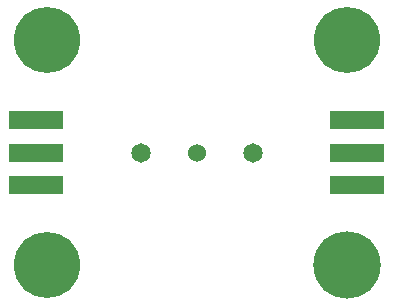
<source format=gbr>
%TF.GenerationSoftware,KiCad,Pcbnew,6.0.3-a3aad9c10e~116~ubuntu20.04.1*%
%TF.CreationDate,2022-03-21T01:27:17-04:00*%
%TF.ProjectId,pcf_0.5in,7063665f-302e-4356-996e-2e6b69636164,-*%
%TF.SameCoordinates,Original*%
%TF.FileFunction,Soldermask,Top*%
%TF.FilePolarity,Negative*%
%FSLAX46Y46*%
G04 Gerber Fmt 4.6, Leading zero omitted, Abs format (unit mm)*
G04 Created by KiCad (PCBNEW 6.0.3-a3aad9c10e~116~ubuntu20.04.1) date 2022-03-21 01:27:17*
%MOMM*%
%LPD*%
G01*
G04 APERTURE LIST*
%ADD10C,5.700000*%
%ADD11C,5.600000*%
%ADD12C,1.524000*%
%ADD13C,1.651000*%
%ADD14R,4.560000X1.500000*%
G04 APERTURE END LIST*
D10*
%TO.C,H4*%
X155575000Y-98425000D03*
%TD*%
D11*
%TO.C,H1*%
X130175000Y-98425000D03*
%TD*%
%TO.C,H3*%
X130175000Y-79375000D03*
%TD*%
D12*
%TO.C,F1*%
X142875000Y-88900000D03*
D13*
X147637500Y-88900000D03*
X138112500Y-88900000D03*
%TD*%
D14*
%TO.C,J2*%
X156470000Y-86130000D03*
X156470000Y-91670000D03*
X156470000Y-88900000D03*
%TD*%
D11*
%TO.C,H2*%
X155575000Y-79375000D03*
%TD*%
D14*
%TO.C,J1*%
X129280000Y-91670000D03*
X129280000Y-86130000D03*
X129280000Y-88900000D03*
%TD*%
M02*

</source>
